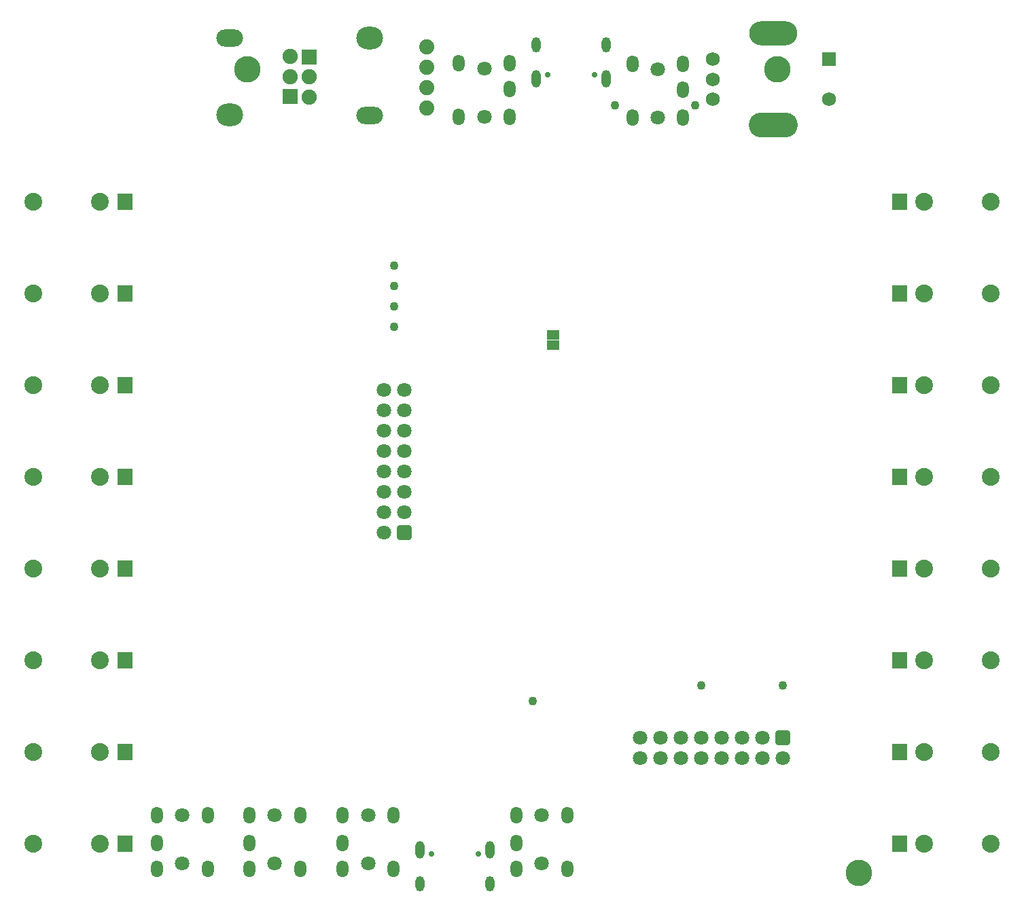
<source format=gbr>
G04 #@! TF.GenerationSoftware,KiCad,Pcbnew,7.0.11*
G04 #@! TF.CreationDate,2024-07-12T12:59:49+02:00*
G04 #@! TF.ProjectId,plinkyblack_hwmidi_jacks,706c696e-6b79-4626-9c61-636b5f68776d,rev?*
G04 #@! TF.SameCoordinates,Original*
G04 #@! TF.FileFunction,Soldermask,Bot*
G04 #@! TF.FilePolarity,Negative*
%FSLAX46Y46*%
G04 Gerber Fmt 4.6, Leading zero omitted, Abs format (unit mm)*
G04 Created by KiCad (PCBNEW 7.0.11) date 2024-07-12 12:59:49*
%MOMM*%
%LPD*%
G01*
G04 APERTURE LIST*
G04 Aperture macros list*
%AMRoundRect*
0 Rectangle with rounded corners*
0 $1 Rounding radius*
0 $2 $3 $4 $5 $6 $7 $8 $9 X,Y pos of 4 corners*
0 Add a 4 corners polygon primitive as box body*
4,1,4,$2,$3,$4,$5,$6,$7,$8,$9,$2,$3,0*
0 Add four circle primitives for the rounded corners*
1,1,$1+$1,$2,$3*
1,1,$1+$1,$4,$5*
1,1,$1+$1,$6,$7*
1,1,$1+$1,$8,$9*
0 Add four rect primitives between the rounded corners*
20,1,$1+$1,$2,$3,$4,$5,0*
20,1,$1+$1,$4,$5,$6,$7,0*
20,1,$1+$1,$6,$7,$8,$9,0*
20,1,$1+$1,$8,$9,$2,$3,0*%
G04 Aperture macros list end*
%ADD10RoundRect,0.051000X0.915000X-0.965000X0.915000X0.965000X-0.915000X0.965000X-0.915000X-0.965000X0*%
%ADD11C,2.232000*%
%ADD12RoundRect,0.051000X-0.915000X0.965000X-0.915000X-0.965000X0.915000X-0.965000X0.915000X0.965000X0*%
%ADD13RoundRect,0.265000X-0.636000X0.636000X-0.636000X-0.636000X0.636000X-0.636000X0.636000X0.636000X0*%
%ADD14C,1.802000*%
%ADD15O,3.342000X2.822000*%
%ADD16O,3.342001X2.134000*%
%ADD17RoundRect,0.051000X-0.900000X0.900000X-0.900000X-0.900000X0.900000X-0.900000X0.900000X0.900000X0*%
%ADD18C,1.902000*%
%ADD19RoundRect,0.265000X0.636000X0.636000X-0.636000X0.636000X-0.636000X-0.636000X0.636000X-0.636000X0*%
%ADD20C,1.880000*%
%ADD21RoundRect,0.051000X0.900000X-0.900000X0.900000X0.900000X-0.900000X0.900000X-0.900000X-0.900000X0*%
%ADD22C,3.302000*%
%ADD23O,6.000000X3.000000*%
%ADD24RoundRect,0.051000X-0.825000X0.825000X-0.825000X-0.825000X0.825000X-0.825000X0.825000X0.825000X0*%
%ADD25C,1.752000*%
%ADD26O,6.102000X3.102000*%
%ADD27O,1.502000X2.102000*%
%ADD28C,0.702000*%
%ADD29O,1.104000X2.204000*%
%ADD30O,1.104000X1.904000*%
%ADD31C,1.102000*%
%ADD32RoundRect,0.051000X0.750000X-0.500000X0.750000X0.500000X-0.750000X0.500000X-0.750000X-0.500000X0*%
G04 APERTURE END LIST*
D10*
X27940000Y-115570000D03*
D11*
X16540000Y-115570000D03*
X24840000Y-115570000D03*
D12*
X124460000Y-46990000D03*
D11*
X135860000Y-46990000D03*
X127560000Y-46990000D03*
D12*
X124460000Y-58420000D03*
D11*
X135860000Y-58420000D03*
X127560000Y-58420000D03*
D10*
X27940000Y-81280000D03*
D11*
X16540000Y-81280000D03*
X24840000Y-81280000D03*
D10*
X27940000Y-92710000D03*
D11*
X16540000Y-92710000D03*
X24840000Y-92710000D03*
D12*
X124460000Y-104140000D03*
D11*
X135860000Y-104140000D03*
X127560000Y-104140000D03*
D12*
X124460000Y-92710000D03*
D11*
X135860000Y-92710000D03*
X127560000Y-92710000D03*
D13*
X109918500Y-113792000D03*
D14*
X109918500Y-116332000D03*
X107378500Y-113792000D03*
X107378500Y-116332000D03*
X104838500Y-113792000D03*
X104838500Y-116332000D03*
X102298500Y-113792000D03*
X102298500Y-116332000D03*
X99758500Y-113792000D03*
X99758500Y-116332000D03*
X97218500Y-113792000D03*
X97218500Y-116332000D03*
X94678500Y-113792000D03*
X94678500Y-116332000D03*
X92138500Y-113792000D03*
X92138500Y-116332000D03*
D10*
X27940000Y-104140000D03*
D11*
X16540000Y-104140000D03*
X24840000Y-104140000D03*
D12*
X124460000Y-127000000D03*
D11*
X135860000Y-127000000D03*
X127560000Y-127000000D03*
D15*
X41014000Y-36209000D03*
D16*
X41014000Y-26609000D03*
D17*
X48514000Y-33909000D03*
D18*
X48514000Y-31409000D03*
X48514000Y-28909000D03*
D10*
X27940000Y-127000000D03*
D11*
X16540000Y-127000000D03*
X24840000Y-127000000D03*
D10*
X27940000Y-46990000D03*
D11*
X16540000Y-46990000D03*
X24840000Y-46990000D03*
D12*
X124460000Y-69850000D03*
D11*
X135860000Y-69850000D03*
X127560000Y-69850000D03*
D12*
X124460000Y-81280000D03*
D11*
X135860000Y-81280000D03*
X127560000Y-81280000D03*
D12*
X124460000Y-115570000D03*
D11*
X135860000Y-115570000D03*
X127560000Y-115570000D03*
D19*
X62738000Y-88265000D03*
D14*
X60198000Y-88265000D03*
X62738000Y-85725000D03*
X60198000Y-85725000D03*
X62738000Y-83185000D03*
X60198000Y-83185000D03*
X62738000Y-80645000D03*
X60198000Y-80645000D03*
X62738000Y-78105000D03*
X60198000Y-78105000D03*
X62738000Y-75565000D03*
X60198000Y-75565000D03*
X62738000Y-73025000D03*
X60198000Y-73025000D03*
X62738000Y-70485000D03*
X60198000Y-70485000D03*
D20*
X65524000Y-27686000D03*
X65524000Y-30226000D03*
X65524000Y-32766000D03*
X65524000Y-35306000D03*
D15*
X58427000Y-26656000D03*
D16*
X58427000Y-36256000D03*
D21*
X50927000Y-28956000D03*
D18*
X50927000Y-31456000D03*
X50927000Y-33956000D03*
D10*
X27940000Y-58420000D03*
D11*
X16540000Y-58420000D03*
X24840000Y-58420000D03*
D10*
X27940000Y-69850000D03*
D11*
X16540000Y-69850000D03*
X24840000Y-69850000D03*
D22*
X119380000Y-130683000D03*
X109220000Y-30480000D03*
X43180000Y-30480000D03*
D23*
X108712000Y-26050000D03*
D24*
X115712000Y-29250000D03*
D25*
X115712000Y-34250000D03*
X101212000Y-29250000D03*
X101212000Y-34250000D03*
X101212000Y-31750000D03*
D26*
X108712000Y-37450000D03*
D14*
X79897715Y-129453484D03*
X79897715Y-123453484D03*
D27*
X76747715Y-126953484D03*
X76747715Y-130153484D03*
X83047715Y-130153484D03*
X76747715Y-123453484D03*
X83047715Y-123453484D03*
D14*
X58246046Y-129461092D03*
X58246046Y-123461092D03*
D27*
X55096046Y-126961092D03*
X55096046Y-130161092D03*
X61396046Y-130161092D03*
X55096046Y-123461092D03*
X61396046Y-123461092D03*
D14*
X35117206Y-129460030D03*
X35117206Y-123460030D03*
D27*
X31967206Y-126960030D03*
X31967206Y-130160030D03*
X38267206Y-130160030D03*
X31967206Y-123460030D03*
X38267206Y-123460030D03*
D28*
X86435928Y-31172273D03*
X80655928Y-31172273D03*
D29*
X87870928Y-31662273D03*
X79220928Y-31662273D03*
D30*
X87870928Y-27492273D03*
X79220928Y-27492273D03*
D14*
X72712306Y-30448056D03*
X72712306Y-36448056D03*
D27*
X75862306Y-32948056D03*
X75862306Y-29748056D03*
X69562306Y-29748056D03*
X75862306Y-36448056D03*
X69562306Y-36448056D03*
D14*
X94339677Y-30530444D03*
X94339677Y-36530444D03*
D27*
X97489677Y-33030444D03*
X97489677Y-29830444D03*
X91189677Y-29830444D03*
X97489677Y-36530444D03*
X91189677Y-36530444D03*
D14*
X46626898Y-129460030D03*
X46626898Y-123460030D03*
D27*
X43476898Y-126960030D03*
X43476898Y-130160030D03*
X49776898Y-130160030D03*
X43476898Y-123460030D03*
X49776898Y-123460030D03*
D31*
X109918500Y-107292000D03*
D28*
X66181311Y-128324022D03*
X71961311Y-128324022D03*
D29*
X64746311Y-127834022D03*
X73396311Y-127834022D03*
D30*
X64746311Y-132004022D03*
X73396311Y-132004022D03*
D31*
X99758500Y-107292000D03*
D32*
X81280000Y-64912000D03*
X81280000Y-63612000D03*
D31*
X61468000Y-54991000D03*
X61468000Y-62611000D03*
X61468000Y-60071000D03*
X61468000Y-57531000D03*
X78732890Y-109247267D03*
X88980000Y-34972000D03*
X98980000Y-34972000D03*
M02*

</source>
